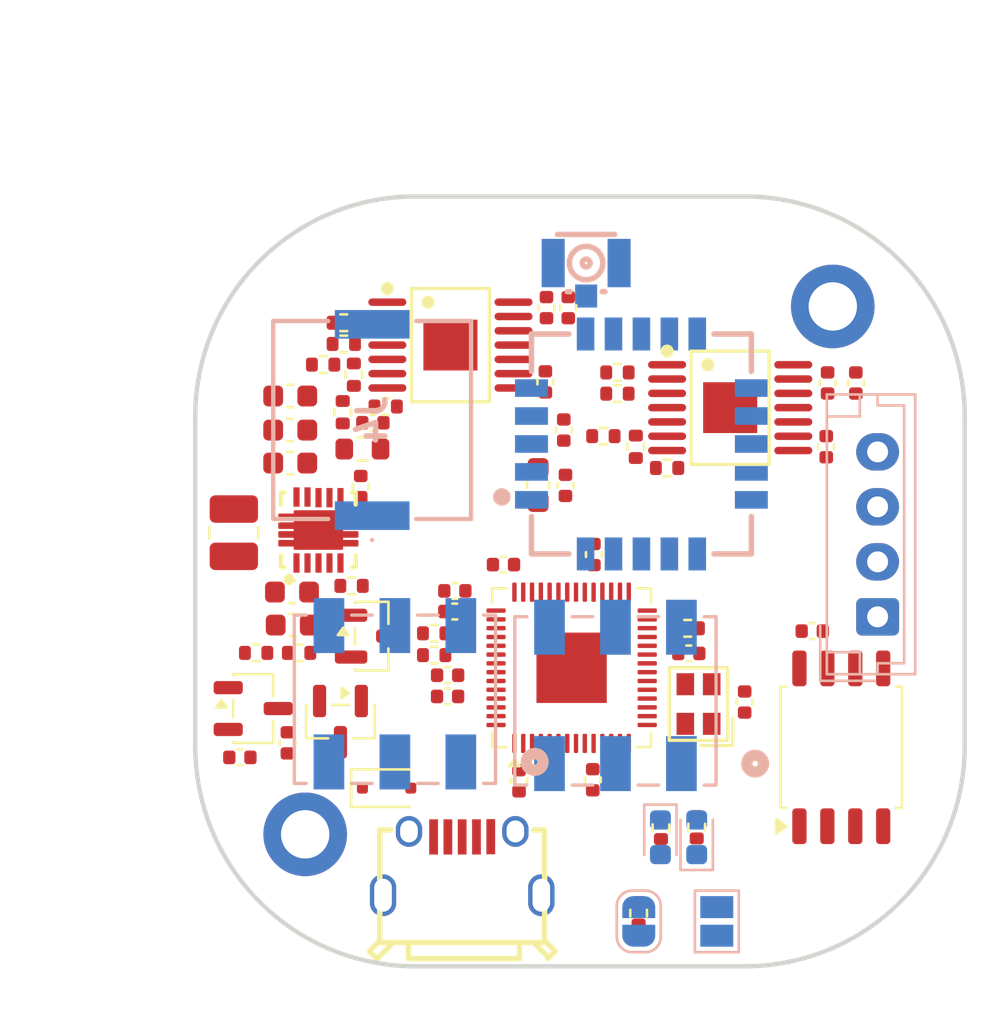
<source format=kicad_pcb>
(kicad_pcb (version 20241229) (generator "pcbnew") (generator_version "9.0")
  (layers (0 "F.Cu" signal) (2 "B.Cu" signal) (13 "F.Paste" user) (15 "B.Paste" user) (5 "F.SilkS" user "F.Silkscreen") (7 "B.SilkS" user "B.Silkscreen") (1 "F.Mask" user) (3 "B.Mask" user) (25 "Edge.Cuts" user))
  (net 0 "")
  (net 1 "Net-(AE1-A)")
  (net 2 "GND")
  (net 3 "+3V3")
  (net 4 "/SX RST")
  (net 5 "+5V")
  (net 6 "Net-(U3-VAUX)")
  (net 7 "Net-(U3-FB)")
  (net 8 "/BATT POSTSW")
  (net 9 "+1V1")
  (net 10 "/CAM BATT SENSE ")
  (net 11 "/CAMPWR")
  (net 12 "+12V")
  (net 13 "/VIDPWR")
  (net 14 "Net-(D1-A)")
  (net 15 "Net-(D3-K)")
  (net 16 "+BATT")
  (net 17 "/SWCLK")
  (net 18 "/SWD")
  (net 19 "/BOOTSEL")
  (net 20 "Net-(U3-L1)")
  (net 21 "Net-(U3-L2)")
  (net 22 "/BUZZER")
  (net 23 "/QSPI_SS")
  (net 24 "/RP USB_D+")
  (net 25 "/USB_D+")
  (net 26 "/RP USB_D-")
  (net 27 "/USB_D-")
  (net 28 "/RUN")
  (net 29 "/LEDINDICATION")
  (net 30 "Net-(U2-SNS)")
  (net 31 "Net-(U2-ILIM)")
  (net 32 "Net-(U3-PG)")
  (net 33 "/CAMSNS")
  (net 34 "Net-(U2-EN)")
  (net 35 "/CAM EN")
  (net 36 "Net-(U2-DIAG_EN)")
  (net 37 "/CAM DIAG EN")
  (net 38 "/VID EN")
  (net 39 "Net-(U7-EN)")
  (net 40 "/VID DIAG EN")
  (net 41 "Net-(U7-DIAG_EN)")
  (net 42 "/VIDSNS")
  (net 43 "Net-(U7-SNS)")
  (net 44 "Net-(U7-ILIM)")
  (net 47 "/SCLK")
  (net 48 "/BUSY")
  (net 49 "/MISO")
  (net 51 "/SX CS")
  (net 52 "/MOSI")
  (net 59 "/QSPI_SCLK")
  (net 60 "/QSPI_SD2")
  (net 61 "/QSPI_SDO")
  (net 62 "/QSPI_SD3")
  (net 63 "/QSPI_SD1")
  (net 67 "/TX BATT SENSE ")
  (net 76 "/XIN")
  (net 94 "Net-(D4-K)")
  (net 95 "VBUS")
  (net 100 "/TXEN")
  (net 101 "/RXEN")
  (net 103 "/CAM RX")
  (net 104 "/CAM TX")
  (footprint "Capacitor_SMD:C_0402_1005Metric" (layer "F.Cu") (at 166.4796 133.0252 90)
    (property "Reference" "C7" (hide yes))
    (property "Value" "100n")
    (pad "1" smd roundrect (at -0.48 0 90) (size 0.56 0.62) (layers "F.Cu" "F.Mask" "F.Paste") (net 6 "Net-(U3-VAUX)"))
    (pad "2" smd roundrect (at 0.48 0 90) (size 0.56 0.62) (layers "F.Cu" "F.Mask" "F.Paste") (net 2 "GND"))
  )
  (footprint "Capacitor_SMD:C_0402_1005Metric" (layer "F.Cu") (at 160.9826 145.3388)
    (property "Reference" "C6" (hide yes))
    (property "Value" "1u")
    (pad "1" smd roundrect (at -0.48 0) (size 0.56 0.62) (layers "F.Cu" "F.Mask" "F.Paste") (net 3 "+3V3"))
    (pad "2" smd roundrect (at 0.48 0) (size 0.56 0.62) (layers "F.Cu" "F.Mask" "F.Paste") (net 2 "GND"))
  )
  (footprint "Resistor_SMD:R_0603_1608Metric" (layer "F.Cu") (at 166.5558 131.3208)
    (property "Reference" "R10" (hide yes))
    (property "Value" "111k")
    (pad "1" smd roundrect (at -0.825 0) (size 0.8 0.95) (layers "F.Cu" "F.Mask" "F.Paste") (net 7 "Net-(U3-FB)"))
    (pad "2" smd roundrect (at 0.825 0) (size 0.8 0.95) (layers "F.Cu" "F.Mask" "F.Paste") (net 2 "GND"))
  )
  (footprint "Capacitor_SMD:C_0402_1005Metric" (layer "F.Cu") (at 177.0854 136.1174 90)
    (property "Reference" "C20" (hide yes))
    (property "Value" "100n")
    (pad "1" smd roundrect (at -0.48 0 90) (size 0.56 0.62) (layers "F.Cu" "F.Mask" "F.Paste") (net 3 "+3V3"))
    (pad "2" smd roundrect (at 0.48 0 90) (size 0.56 0.62) (layers "F.Cu" "F.Mask" "F.Paste") (net 2 "GND"))
  )
  (footprint ".pretty:WSON-10_L3.0-W3.0-P0.50-BL-EP-A" (layer "F.Cu") (at 164.5586 135.0024)
    (property "Reference" "U3" (hide yes))
    (property "Value" "TPS63060DSCR")
    (pad "1" smd rect (at -1 1.5) (size 0.28 0.88) (layers "F.Cu" "F.Mask" "F.Paste") (net 20 "Net-(U3-L1)"))
    (pad "2" smd rect (at -0.5 1.5) (size 0.28 0.88) (layers "F.Cu" "F.Mask" "F.Paste") (net 8 "/BATT POSTSW"))
    (pad "3" smd rect (at 0 1.5) (size 0.28 0.88) (layers "F.Cu" "F.Mask" "F.Paste") (net 8 "/BATT POSTSW"))
    (pad "4" smd rect (at 0.5 1.5) (size 0.28 0.88) (layers "F.Cu" "F.Mask" "F.Paste") (net 2 "GND"))
    (pad "5" smd rect (at 1 1.5) (size 0.28 0.88) (layers "F.Cu" "F.Mask" "F.Paste") (net 32 "Net-(U3-PG)"))
    (pad "6" smd rect (at 1 -1.47) (size 0.28 0.88) (layers "F.Cu" "F.Mask" "F.Paste") (net 6 "Net-(U3-VAUX)"))
    (pad "7" smd rect (at 0.5 -1.47) (size 0.28 0.88) (layers "F.Cu" "F.Mask" "F.Paste") (net 2 "GND"))
    (pad "8" smd rect (at 0 -1.47) (size 0.28 0.88) (layers "F.Cu" "F.Mask" "F.Paste") (net 7 "Net-(U3-FB)"))
    (pad "9" smd rect (at -0.5 -1.5) (size 0.28 0.88) (layers "F.Cu" "F.Mask" "F.Paste") (net 5 "+5V"))
    (pad "10" smd rect (at -1 -1.5) (size 0.28 0.88) (layers "F.Cu" "F.Mask" "F.Paste") (net 21 "Net-(U3-L2)"))
    (pad "11" smd custom (at 0 0) (size 1 1) (layers "F.Cu" "F.Mask" "F.Paste") (net 2 "GND") (options (clearance outline) (anchor circle)) (primitives (gr_poly (pts (xy 1.07 -0.7) (xy 1.07 -0.85) (xy -1.08 -0.85) (xy -1.08 -0.7) (xy -1.78 -0.7) (xy -1.78 -0.5) (xy -1.08 -0.5) (xy -1.08 -0.3) (xy -1.78 -0.3) (xy -1.78 -0.1) (xy -1.08 -0.1) (xy -1.08 0.1) (xy -1.78 0.1) (xy -1.78 0.3) (xy -1.08 0.3) (xy -1.08 0.5) (xy -1.78 0.5) (xy -1.78 0.7) (xy -1.08 0.7) (xy -1.08 0.85) (xy 1.07 0.85) (xy 1.07 0.7) (xy 1.77 0.7) (xy 1.77 0.5) (xy 1.07 0.5) (xy 1.07 0.3) (xy 1.77 0.3) (xy 1.77 0.1) (xy 1.07 0.1) (xy 1.07 -0.1) (xy 1.77 -0.1) (xy 1.77 -0.3) (xy 1.07 -0.3) (xy 1.07 -0.5) (xy 1.77 -0.5) (xy 1.77 -0.7)) (width 0.1) (fill yes))))
  )
  (footprint "easyeda2kicad2:MICRO-USB-SMD_U254-051T-4BHJ25-F2S" (layer "F.Cu") (at 171.0944 150.1553)
    (property "Reference" "J2" (hide yes))
    (property "Value" "USB_B_Micro")
    (pad "1" smd rect (at -1.3 -1.2) (size 0.4 1.6) (layers "F.Cu" "F.Mask" "F.Paste") (net 95 "VBUS"))
    (pad "2" smd rect (at -0.65 -1.2) (size 0.4 1.6) (layers "F.Cu" "F.Mask" "F.Paste") (net 27 "/USB_D-"))
    (pad "3" smd rect (at 0 -1.2) (size 0.4 1.6) (layers "F.Cu" "F.Mask" "F.Paste") (net 25 "/USB_D+"))
    (pad "4" smd rect (at 0.65 -1.2) (size 0.4 1.6) (layers "F.Cu" "F.Mask" "F.Paste"))
    (pad "5" smd rect (at 1.3 -1.21) (size 0.4 1.6) (layers "F.Cu" "F.Mask" "F.Paste") (net 2 "GND"))
    (pad "6" thru_hole oval (at 2.42 -1.45) (size 1.2 1.4) (drill oval 0.799998 0.999998) (layers "*.Cu" "*.Mask"))
    (pad "7" thru_hole oval (at -2.42 -1.45) (size 1.2 1.4) (drill oval 0.799998 0.999998) (layers "*.Cu" "*.Mask"))
    (pad "8" thru_hole oval (at -3.6 1.45) (size 1.2 1.9) (drill oval 0.799998 1.499997) (layers "*.Cu" "*.Mask"))
    (pad "9" thru_hole oval (at 3.6 1.45) (size 1.2 1.9) (drill oval 0.799998 1.499997) (layers "*.Cu" "*.Mask"))
  )
  (footprint "Resistor_SMD:R_0402_1005Metric" (layer "F.Cu") (at 166.1668 127.9398 -90)
    (property "Reference" "R20" (hide yes))
    (property "Value" "Rsns")
    (pad "1" smd roundrect (at -0.51 0 270) (size 0.54 0.64) (layers "F.Cu" "F.Mask" "F.Paste") (net 43 "Net-(U7-SNS)"))
    (pad "2" smd roundrect (at 0.51 0 270) (size 0.54 0.64) (layers "F.Cu" "F.Mask" "F.Paste") (net 2 "GND"))
  )
  (footprint "Capacitor_SMD:C_0402_1005Metric" (layer "F.Cu") (at 177.0346 146.3562 -90)
    (property "Reference" "C17" (hide yes))
    (property "Value" "100n")
    (pad "1" smd roundrect (at -0.48 0 270) (size 0.56 0.62) (layers "F.Cu" "F.Mask" "F.Paste") (net 3 "+3V3"))
    (pad "2" smd roundrect (at 0.48 0 270) (size 0.56 0.62) (layers "F.Cu" "F.Mask" "F.Paste") (net 2 "GND"))
  )
  (footprint "Resistor_SMD:R_0402_1005Metric" (layer "F.Cu") (at 166.0632 137.541 180)
    (property "Reference" "R13" (hide yes))
    (property "Value" "1M")
    (pad "1" smd roundrect (at -0.51 0 180) (size 0.54 0.64) (layers "F.Cu" "F.Mask" "F.Paste") (net 5 "+5V"))
    (pad "2" smd roundrect (at 0.51 0 180) (size 0.54 0.64) (layers "F.Cu" "F.Mask" "F.Paste") (net 32 "Net-(U3-PG)"))
  )
  (footprint "Resistor_SMD:R_0402_1005Metric" (layer "F.Cu") (at 169.821 139.6988 180)
    (property "Reference" "R5" (hide yes))
    (property "Value" "22R")
    (pad "1" smd roundrect (at -0.51 0 180) (size 0.54 0.64) (layers "F.Cu" "F.Mask" "F.Paste") (net 26 "/RP USB_D-"))
    (pad "2" smd roundrect (at 0.51 0 180) (size 0.54 0.64) (layers "F.Cu" "F.Mask" "F.Paste") (net 27 "/USB_D-"))
  )
  (footprint "Capacitor_SMD:C_0402_1005Metric" (layer "F.Cu") (at 181.4034 140.6132)
    (property "Reference" "C22" (hide yes))
    (property "Value" "100n")
    (pad "1" smd roundrect (at -0.48 0) (size 0.56 0.62) (layers "F.Cu" "F.Mask" "F.Paste") (net 3 "+3V3"))
    (pad "2" smd roundrect (at 0.48 0) (size 0.56 0.62) (layers "F.Cu" "F.Mask" "F.Paste") (net 2 "GND"))
  )
  (footprint "Resistor_SMD:R_0402_1005Metric" (layer "F.Cu") (at 165.7096 125.5776)
    (property "Reference" "R17" (hide yes))
    (property "Value" "5.1k")
    (pad "1" smd roundrect (at -0.51 0) (size 0.54 0.64) (layers "F.Cu" "F.Mask" "F.Paste") (net 38 "/VID EN"))
    (pad "2" smd roundrect (at 0.51 0) (size 0.54 0.64) (layers "F.Cu" "F.Mask" "F.Paste") (net 39 "Net-(U7-EN)"))
  )
  (footprint "Capacitor_SMD:C_0402_1005Metric" (layer "F.Cu") (at 170.7608 137.7684 180)
    (property "Reference" "C15" (hide yes))
    (property "Value" "1u")
    (pad "1" smd roundrect (at -0.48 0 180) (size 0.56 0.62) (layers "F.Cu" "F.Mask" "F.Paste") (net 3 "+3V3"))
    (pad "2" smd roundrect (at 0.48 0 180) (size 0.56 0.62) (layers "F.Cu" "F.Mask" "F.Paste") (net 2 "GND"))
  )
  (footprint "Capacitor_SMD:C_0402_1005Metric" (layer "F.Cu") (at 187.7166 128.317 90)
    (property "Reference" "C4" (hide yes))
    (property "Value" "100n")
    (pad "1" smd roundrect (at -0.48 0 90) (size 0.56 0.62) (layers "F.Cu" "F.Mask" "F.Paste") (net 5 "+5V"))
    (pad "2" smd roundrect (at 0.48 0 90) (size 0.56 0.62) (layers "F.Cu" "F.Mask" "F.Paste") (net 2 "GND"))
  )
  (footprint "Resistor_SMD:R_0402_1005Metric" (layer "F.Cu") (at 181.3546 139.4702 180)
    (property "Reference" "R6" (hide yes))
    (property "Value" "5.1k")
    (pad "1" smd roundrect (at -0.51 0 180) (size 0.54 0.64) (layers "F.Cu" "F.Mask" "F.Paste") (net 3 "+3V3"))
    (pad "2" smd roundrect (at 0.51 0 180) (size 0.54 0.64) (layers "F.Cu" "F.Mask" "F.Paste") (net 28 "/RUN"))
  )
  (footprint "Capacitor_SMD:C_0402_1005Metric" (layer "F.Cu") (at 175.7172 130.457 90)
    (property "Reference" "C1" (hide yes))
    (property "Value" "100n")
    (pad "1" smd roundrect (at -0.48 0 90) (size 0.56 0.62) (layers "F.Cu" "F.Mask" "F.Paste") (net 4 "/SX RST"))
    (pad "2" smd roundrect (at 0.48 0 90) (size 0.56 0.62) (layers "F.Cu" "F.Mask" "F.Paste") (net 2 "GND"))
  )
  (footprint "Capacitor_SMD:C_0402_1005Metric" (layer "F.Cu") (at 172.9732 136.5746 180)
    (property "Reference" "C19" (hide yes))
    (property "Value" "100n")
    (pad "1" smd roundrect (at -0.48 0 180) (size 0.56 0.62) (layers "F.Cu" "F.Mask" "F.Paste") (net 3 "+3V3"))
    (pad "2" smd roundrect (at 0.48 0 180) (size 0.56 0.62) (layers "F.Cu" "F.Mask" "F.Paste") (net 2 "GND"))
  )
  (footprint "MountingHole:MountingHole_2.2mm_M2_DIN965_Pad" (layer "F.Cu") (at 163.9532 148.8372)
    (property "Reference" "H2" (hide yes))
    (property "Value" "MountingHole_Pad")
    (pad "1" thru_hole circle (at 0 0) (size 3.8 3.8) (drill 2.2) (layers "*.Cu" "*.Mask") (net 2 "GND"))
  )
  (footprint "Resistor_SMD:R_0402_1005Metric" (layer "F.Cu") (at 177.5186 130.7338)
    (property "Reference" "R14" (hide yes))
    (property "Value" "5.1k")
    (pad "1" smd roundrect (at -0.51 0) (size 0.54 0.64) (layers "F.Cu" "F.Mask" "F.Paste") (net 33 "/CAMSNS"))
    (pad "2" smd roundrect (at 0.51 0) (size 0.54 0.64) (layers "F.Cu" "F.Mask" "F.Paste") (net 30 "Net-(U2-SNS)"))
  )
  (footprint "Capacitor_SMD:C_0402_1005Metric" (layer "F.Cu") (at 170.7608 138.7082 180)
    (property "Reference" "C13" (hide yes))
    (property "Value" "1u")
    (pad "1" smd roundrect (at -0.48 0 180) (size 0.56 0.62) (layers "F.Cu" "F.Mask" "F.Paste") (net 9 "+1V1"))
    (pad "2" smd roundrect (at 0.48 0 180) (size 0.56 0.62) (layers "F.Cu" "F.Mask" "F.Paste") (net 2 "GND"))
  )
  (footprint "Resistor_SMD:R_0402_1005Metric" (layer "F.Cu") (at 165.7096 126.5428)
    (property "Reference" "R18" (hide yes))
    (property "Value" "5.1k")
    (pad "1" smd roundrect (at -0.51 0) (size 0.54 0.64) (layers "F.Cu" "F.Mask" "F.Paste") (net 40 "/VID DIAG EN"))
    (pad "2" smd roundrect (at 0.51 0) (size 0.54 0.64) (layers "F.Cu" "F.Mask" "F.Paste") (net 41 "Net-(U7-DIAG_EN)"))
  )
  (footprint "Package_TO_SOT_SMD:SOT-23" (layer "F.Cu") (at 166.9796 139.827)
    (property "Reference" "Q2" (hide yes))
    (property "Value" "AO3401A")
    (pad "1" smd roundrect (at -0.9375 -0.95) (size 1.475 0.6) (layers "F.Cu" "F.Mask" "F.Paste") (net 2 "GND"))
    (pad "2" smd roundrect (at -0.9375 0.95) (size 1.475 0.6) (layers "F.Cu" "F.Mask" "F.Paste") (net 8 "/BATT POSTSW"))
    (pad "3" smd roundrect (at 0.9375 0) (size 1.475 0.6) (layers "F.Cu" "F.Mask" "F.Paste") (net 16 "+BATT"))
  )
  (footprint "Capacitor_SMD:C_0603_1608Metric" (layer "F.Cu") (at 163.2726 130.459 180)
    (property "Reference" "C24" (hide yes))
    (property "Value" "22u")
    (pad "1" smd roundrect (at -0.775 0 180) (size 0.9 0.95) (layers "F.Cu" "F.Mask" "F.Paste") (net 5 "+5V"))
    (pad "2" smd roundrect (at 0.775 0 180) (size 0.9 0.95) (layers "F.Cu" "F.Mask" "F.Paste") (net 2 "GND"))
  )
  (footprint "Capacitor_SMD:C_0402_1005Metric" (layer "F.Cu") (at 170.4332 141.6038)
    (property "Reference" "C18" (hide yes))
    (property "Value" "100n")
    (pad "1" smd roundrect (at -0.48 0) (size 0.56 0.62) (layers "F.Cu" "F.Mask" "F.Paste") (net 3 "+3V3"))
    (pad "2" smd roundrect (at 0.48 0) (size 0.56 0.62) (layers "F.Cu" "F.Mask" "F.Paste") (net 2 "GND"))
  )
  (footprint "Resistor_SMD:R_0402_1005Metric" (layer "F.Cu") (at 180.1368 148.5392 90)
    (property "Reference" "R9" (hide yes))
    (property "Value" "1k")
    (pad "1" smd roundrect (at -0.51 0 90) (size 0.54 0.64) (layers "F.Cu" "F.Mask" "F.Paste") (net 29 "/LEDINDICATION"))
    (pad "2" smd roundrect (at 0.51 0 90) (size 0.54 0.64) (layers "F.Cu" "F.Mask" "F.Paste") (net 15 "Net-(D3-K)"))
  )
  (footprint "Resistor_SMD:R_0402_1005Metric" (layer "F.Cu") (at 181.7624 148.5138 -90)
    (property "Reference" "R1" (hide yes))
    (property "Value" "1k")
    (pad "1" smd roundrect (at -0.51 0 270) (size 0.54 0.64) (layers "F.Cu" "F.Mask" "F.Paste") (net 14 "Net-(D1-A)"))
    (pad "2" smd roundrect (at 0.51 0 270) (size 0.54 0.64) (layers "F.Cu" "F.Mask" "F.Paste") (net 3 "+3V3"))
  )
  (footprint "Resistor_SMD:R_0402_1005Metric" (layer "F.Cu") (at 169.821 140.6894)
    (property "Reference" "R4" (hide yes))
    (property "Value" "22R")
    (pad "1" smd roundrect (at -0.51 0) (size 0.54 0.64) (layers "F.Cu" "F.Mask" "F.Paste") (net 25 "/USB_D+"))
    (pad "2" smd roundrect (at 0.51 0) (size 0.54 0.64) (layers "F.Cu" "F.Mask" "F.Paste") (net 24 "/RP USB_D+"))
  )
  (footprint "Capacitor_SMD:C_0402_1005Metric" (layer "F.Cu") (at 173.6818 146.4044 -90)
    (property "Reference" "C21" (hide yes))
    (property "Value" "100n")
    (pad "1" smd roundrect (at -0.48 0 270) (size 0.56 0.62) (layers "F.Cu" "F.Mask" "F.Paste") (net 3 "+3V3"))
    (pad "2" smd roundrect (at 0.48 0 270) (size 0.56 0.62) (layers "F.Cu" "F.Mask" "F.Paste") (net 2 "GND"))
  )
  (footprint "Capacitor_SMD:C_0402_1005Metric" (layer "F.Cu") (at 183.9434 142.823 -90)
    (property "Reference" "C14" (hide yes))
    (property "Value" "100n")
    (pad "1" smd roundrect (at -0.48 0 270) (size 0.56 0.62) (layers "F.Cu" "F.Mask" "F.Paste") (net 3 "+3V3"))
    (pad "2" smd roundrect (at 0.48 0 270) (size 0.56 0.62) (layers "F.Cu" "F.Mask" "F.Paste") (net 2 "GND"))
  )
  (footprint "Capacitor_SMD:C_0402_1005Metric" (layer "F.Cu") (at 163.1442 144.6784 -90)
    (property "Reference" "C5" (hide yes))
    (property "Value" "1u")
    (pad "1" smd roundrect (at -0.48 0 270) (size 0.56 0.62) (layers "F.Cu" "F.Mask" "F.Paste") (net 94 "Net-(D4-K)"))
    (pad "2" smd roundrect (at 0.48 0 270) (size 0.56 0.62) (layers "F.Cu" "F.Mask" "F.Paste") (net 2 "GND"))
  )
  (footprint "Capacitor_SMD:C_0603_1608Metric" (layer "F.Cu") (at 163.2726 128.9096 180)
    (property "Reference" "C23" (hide yes))
    (property "Value" "22u")
    (pad "1" smd roundrect (at -0.775 0 180) (size 0.9 0.95) (layers "F.Cu" "F.Mask" "F.Paste") (net 5 "+5V"))
    (pad "2" smd roundrect (at 0.775 0 180) (size 0.9 0.95) (layers "F.Cu" "F.Mask" "F.Paste") (net 2 "GND"))
  )
  (footprint "Inductor_SMD:L_1008_2520Metric" (layer "F.Cu") (at 160.7072 135.1244 90)
    (property "Reference" "L1" (hide yes))
    (property "Value" "1uH")
    (pad "1" smd roundrect (at -1.075 0 90) (size 1.25 2.2) (layers "F.Cu" "F.Mask" "F.Paste") (roundrect_rratio 0.2) (net 20 "Net-(U3-L1)"))
    (pad "2" smd roundrect (at 1.075 0 90) (size 1.25 2.2) (layers "F.Cu" "F.Mask" "F.Paste") (roundrect_rratio 0.2) (net 21 "Net-(U3-L2)"))
  )
  (footprint "Capacitor_SMD:C_0402_1005Metric" (layer "F.Cu") (at 167.033 130.1242)
    (property "Reference" "C8" (hide yes))
    (property "Value" "10p")
    (pad "1" smd roundrect (at -0.48 0) (size 0.56 0.62) (layers "F.Cu" "F.Mask" "F.Paste") (net 7 "Net-(U3-FB)"))
    (pad "2" smd roundrect (at 0.48 0) (size 0.56 0.62) (layers "F.Cu" "F.Mask" "F.Paste") (net 2 "GND"))
  )
  (footprint "Resistor_SMD:R_0402_1005Metric" (layer "F.Cu") (at 163.6756 140.589 180)
    (property "Reference" "R7" (hide yes))
    (property "Value" "27k")
    (pad "1" smd roundrect (at -0.51 0 180) (size 0.54 0.64) (layers "F.Cu" "F.Mask" "F.Paste") (net 8 "/BATT POSTSW"))
    (pad "2" smd roundrect (at 0.51 0 180) (size 0.54 0.64) (layers "F.Cu" "F.Mask" "F.Paste") (net 10 "/CAM BATT SENSE "))
  )
  (footprint "Capacitor_SMD:C_0402_1005Metric" (layer "F.Cu") (at 175.7934 132.9716 90)
    (property "Reference" "C2" (hide yes))
    (property "Value" "10n")
    (pad "1" smd roundrect (at -0.48 0 90) (size 0.56 0.62) (layers "F.Cu" "F.Mask" "F.Paste") (net 3 "+3V3"))
    (pad "2" smd roundrect (at 0.48 0 90) (size 0.56 0.62) (layers "F.Cu" "F.Mask" "F.Paste") (net 2 "GND"))
  )
  (footprint "Package_TO_SOT_SMD:SOT-23" (layer "F.Cu") (at 165.5572 143.7132 -90)
    (property "Reference" "Q3" (hide yes))
    (property "Value" "AO3401A")
    (pad "1" smd roundrect (at -0.9375 -0.95 270) (size 1.475 0.6) (layers "F.Cu" "F.Mask" "F.Paste") (net 95 "VBUS"))
    (pad "2" smd roundrect (at -0.9375 0.95 270) (size 1.475 0.6) (layers "F.Cu" "F.Mask" "F.Paste") (net 94 "Net-(D4-K)"))
    (pad "3" smd roundrect (at 0.9375 0 270) (size 1.475 0.6) (layers "F.Cu" "F.Mask" "F.Paste") (net 8 "/BATT POSTSW"))
  )
  (footprint ".pretty:HTSSOP-14_L5.0-W4.4-P0.65-LS6.4-BL-EP-3" (layer "F.Cu") (at 183.2864 129.4384 -90)
    (property "Reference" "U2" (hide yes))
    (property "Value" "TPS1HC30BQPWPRQ1")
    (pad "1" smd oval (at -1.95 2.87 270) (size 0.34 1.73) (layers "F.Cu" "F.Mask" "F.Paste") (net 2 "GND"))
    (pad "2" smd oval (at -1.3 2.87 270) (size 0.34 1.73) (layers "F.Cu" "F.Mask" "F.Paste") (net 34 "Net-(U2-EN)"))
    (pad "3" smd oval (at -0.65 2.87 270) (size 0.34 1.73) (layers "F.Cu" "F.Mask" "F.Paste") (net 36 "Net-(U2-DIAG_EN)"))
    (pad "4" smd oval (at 0 2.87 270) (size 0.34 1.73) (layers "F.Cu" "F.Mask" "F.Paste"))
    (pad "5" smd oval (at 0.65 2.87 270) (size 0.34 1.73) (layers "F.Cu" "F.Mask" "F.Paste"))
    (pad "6" smd oval (at 1.3 2.87 270) (size 0.34 1.73) (layers "F.Cu" "F.Mask" "F.Paste") (net 30 "Net-(U2-SNS)"))
    (pad "7" smd oval (at 1.95 2.87 270) (size 0.34 1.73) (layers "F.Cu" "F.Mask" "F.Paste") (net 31 "Net-(U2-ILIM)"))
    (pad "8" smd oval (at 1.95 -2.87 270) (size 0.34 1.73) (layers "F.Cu" "F.Mask" "F.Paste"))
    (pad "9" smd oval (at 1.3 -2.87 270) (size 0.34 1.73) (layers "F.Cu" "F.Mask" "F.Paste") (net 11 "/CAMPWR"))
    (pad "10" smd oval (at 0.65 -2.87 270) (size 0.34 1.73) (layers "F.Cu" "F.Mask" "F.Paste") (net 11 "/CAMPWR"))
    (pad "11" smd oval (at 0 -2.87 270) (size 0.34 1.73) (layers "F.Cu" "F.Mask" "F.Paste"))
    (pad "12" smd oval (at -0.65 -2.87 270) (size 0.34 1.73) (layers "F.Cu" "F.Mask" "F.Paste") (net 5 "+5V"))
    (pad "13" smd oval (at -1.3 -2.87 270) (size 0.34 1.73) (layers "F.Cu" "F.Mask" "F.Paste") (net 5 "+5V"))
    (pad "14" smd oval (at -1.95 -2.87 270) (size 0.34 1.73) (layers "F.Cu" "F.Mask" "F.Paste"))
    (pad "15" smd rect (at 0 0 270) (size 2.31 2.46) (layers "F.Cu" "F.Mask" "F.Paste") (net 2 "GND"))
  )
  (footprint "Resistor_SMD:R_0402_1005Metric" (layer "F.Cu") (at 165.6602 129.6462 -90)
    (property "Reference" "R2" (hide yes))
    (property "Value" "1M")
    (pad "1" smd roundrect (at -0.51 0 270) (size 0.54 0.64) (layers "F.Cu" "F.Mask" "F.Paste") (net 5 "+5V"))
    (pad "2" smd roundrect (at 0.51 0 270) (size 0.54 0.64) (layers "F.Cu" "F.Mask" "F.Paste") (net 7 "Net-(U3-FB)"))
  )
  (footprint "Capacitor_SMD:C_0603_1608Metric" (layer "F.Cu") (at 163.3524 137.8218 180)
    (property "Reference" "C9" (hide yes))
    (property "Value" "10u")
    (pad "1" smd roundrect (at -0.775 0 180) (size 0.9 0.95) (layers "F.Cu" "F.Mask" "F.Paste") (net 8 "/BATT POSTSW"))
    (pad "2" smd roundrect (at 0.775 0 180) (size 0.9 0.95) (layers "F.Cu" "F.Mask" "F.Paste") (net 2 "GND"))
  )
  (footprint "Resistor_SMD:R_0402_1005Metric" (layer "F.Cu") (at 164.7698 127.4826)
    (property "Reference" "R19" (hide yes))
    (property "Value" "5.1k")
    (pad "1" smd roundrect (at -0.51 0) (size 0.54 0.64) (layers "F.Cu" "F.Mask" "F.Paste") (net 42 "/VIDSNS"))
    (pad "2" smd roundrect (at 0.51 0) (size 0.54 0.64) (layers "F.Cu" "F.Mask" "F.Paste") (net 43 "Net-(U7-SNS)"))
  )
  (footprint "Capacitor_SMD:C_0402_1005Metric" (layer "F.Cu") (at 187.6552 131.2138 -90)
    (property "Reference" "C27" (hide yes))
    (property "Value" "22n")
    (pad "1" smd roundrect (at -0.48 0 270) (size 0.56 0.62) (layers "F.Cu" "F.Mask" "F.Paste") (net 11 "/CAMPWR"))
    (pad "2" smd roundrect (at 0.48 0 270) (size 0.56 0.62) (layers "F.Cu" "F.Mask" "F.Paste") (net 2 "GND"))
  )
  (footprint "Resistor_SMD:R_0402_1005Metric" (layer "F.Cu") (at 178.1576 127.8382)
    (property "Reference" "R15" (hide yes))
    (property "Value" "5.1k")
    (pad "1" smd roundrect (at -0.51 0) (size 0.54 0.64) (layers "F.Cu" "F.Mask" "F.Paste") (net 35 "/CAM EN"))
    (pad "2" smd roundrect (at 0.51 0) (size 0.54 0.64) (layers "F.Cu" "F.Mask" "F.Paste") (net 34 "Net-(U2-EN)"))
  )
  (footprint "Capacitor_SMD:C_0603_1608Metric" (layer "F.Cu") (at 163.3872 139.3236 180)
    (property "Reference" "C11" (hide yes))
    (property "Value" "10u")
    (pad "1" smd roundrect (at -0.775 0 180) (size 0.9 0.95) (layers "F.Cu" "F.Mask" "F.Paste") (net 8 "/BATT POSTSW"))
    (pad "2" smd roundrect (at 0.775 0 180) (size 0.9 0.95) (layers "F.Cu" "F.Mask" "F.Paste") (net 2 "GND"))
  )
  (footprint "Capacitor_SMD:C_0603_1608Metric" (layer "F.Cu") (at 174.5488 132.9566 90)
    (property "Reference" "C3" (hide yes))
    (property "Value" "10u")
    (pad "1" smd roundrect (at -0.775 0 90) (size 0.9 0.95) (layers "F.Cu" "F.Mask" "F.Paste") (net 3 "+3V3"))
    (pad "2" smd roundrect (at 0.775 0 90) (size 0.9 0.95) (layers "F.Cu" "F.Mask" "F.Paste") (net 2 "GND"))
  )
  (footprint "Package_SO:SOIC-8_5.3x5.3mm_P1.27mm" (layer "F.Cu") (at 188.341 144.8816 90)
    (property "Reference" "U5" (hide yes))
    (property "Value" "W25Q128JVS")
    (pad "1" smd roundrect (at -3.5875 -1.905 90) (size 1.625 0.65) (layers "F.Cu" "F.Mask" "F.Paste") (net 23 "/QSPI_SS"))
    (pad "2" smd roundrect (at -3.5875 -0.635 90) (size 1.625 0.65) (layers "F.Cu" "F.Mask" "F.Paste") (net 63 "/QSPI_SD1"))
    (pad "3" smd roundrect (at -3.5875 0.635 90) (size 1.625 0.65) (layers "F.Cu" "F.Mask" "F.Paste") (net 60 "/QSPI_SD2"))
    (pad "4" smd roundrect (at -3.5875 1.905 90) (size 1.625 0.65) (layers "F.Cu" "F.Mask" "F.Paste") (net 2 "GND"))
    (pad "5" smd roundrect (at 3.5875 1.905 90) (size 1.625 0.65) (layers "F.Cu" "F.Mask" "F.Paste") (net 61 "/QSPI_SDO"))
    (pad "6" smd roundrect (at 3.5875 0.635 90) (size 1.625 0.65) (layers "F.Cu" "F.Mask" "F.Paste") (net 59 "/QSPI_SCLK"))
    (pad "7" smd roundrect (at 3.5875 -0.635 90) (size 1.625 0.65) (layers "F.Cu" "F.Mask" "F.Paste") (net 62 "/QSPI_SD3"))
    (pad "8" smd roundrect (at 3.5875 -1.905 90) (size 1.625 0.65) (layers "F.Cu" "F.Mask" "F.Paste") (net 3 "+3V3"))
  )
  (footprint "Capacitor_SMD:C_0402_1005Metric" (layer "F.Cu") (at 175.9204 124.8918 90)
    (property "Reference" "C29" (hide yes))
    (property "Value" "100n")
    (pad "1" smd roundrect (at -0.48 0 90) (size 0.56 0.62) (layers "F.Cu" "F.Mask" "F.Paste") (net 12 "+12V"))
    (pad "2" smd roundrect (at 0.48 0 90) (size 0.56 0.62) (layers "F.Cu" "F.Mask" "F.Paste") (net 2 "GND"))
  )
  (footprint "easyeda2kicad2:OSC-SMD_4P-L2.0-W1.6-BL" (layer "F.Cu") (at 181.8448 142.9136 90)
    (property "Reference" "X1" (hide yes))
    (property "Value" "SX1M12.000M10F30TNN")
    (pad "1" smd rect (at -0.9 0.6 180) (size 0.8 1) (layers "F.Cu" "F.Mask" "F.Paste") (net 3 "+3V3"))
    (pad "2" smd rect (at 0.9 0.6 180) (size 0.8 1) (layers "F.Cu" "F.Mask" "F.Paste") (net 2 "GND"))
    (pad "3" smd rect (at 0.9 -0.6 180) (size 0.8 1) (layers "F.Cu" "F.Mask" "F.Paste") (net 76 "/XIN"))
    (pad "4" smd rect (at -0.9 -0.6 180) (size 0.8 1) (layers "F.Cu" "F.Mask" "F.Paste") (net 3 "+3V3"))
  )
  (footprint "MountingHole:MountingHole_2.2mm_M2_DIN965_Pad" (layer "F.Cu") (at 187.9532 124.8372)
    (property "Reference" "H1" (hide yes))
    (property "Value" "MountingHole_Pad")
    (pad "1" thru_hole circle (at 0 0) (size 3.8 3.8) (drill 2.2) (layers "*.Cu" "*.Mask") (net 2 "GND"))
  )
  (footprint "Capacitor_SMD:C_0402_1005Metric" (layer "F.Cu") (at 174.9298 124.8918 90)
    (property "Reference" "C28" (hide yes))
    (property "Value" "220n")
    (pad "1" smd roundrect (at -0.48 0 90) (size 0.56 0.62) (layers "F.Cu" "F.Mask" "F.Paste") (net 12 "+12V"))
    (pad "2" smd roundrect (at 0.48 0 90) (size 0.56 0.62) (layers "F.Cu" "F.Mask" "F.Paste") (net 2 "GND"))
  )
  (footprint "Resistor_SMD:R_0402_1005Metric" (layer "F.Cu") (at 178.9938 131.2184 -90)
    (property "Reference" "R11" (hide yes))
    (property "Value" "Rsns")
    (pad "1" smd roundrect (at -0.51 0 270) (size 0.54 0.64) (layers "F.Cu" "F.Mask" "F.Paste") (net 30 "Net-(U2-SNS)"))
    (pad "2" smd roundrect (at 0.51 0 270) (size 0.54 0.64) (layers "F.Cu" "F.Mask" "F.Paste") (net 2 "GND"))
  )
  (footprint "Capacitor_SMD:C_0402_1005Metric" (layer "F.Cu") (at 187.0176 139.5984)
    (property "Reference" "C12" (hide yes))
    (property "Value" "100n")
    (pad "1" smd roundrect (at -0.48 0) (size 0.56 0.62) (layers "F.Cu" "F.Mask" "F.Paste") (net 3 "+3V3"))
    (pad "2" smd roundrect (at 0.48 0) (size 0.56 0.62) (layers "F.Cu" "F.Mask" "F.Paste") (net 2 "GND"))
  )
  (footprint "Capacitor_SMD:C_0402_1005Metric" (layer "F.Cu") (at 174.879 128.2674 -90)
    (property "Reference" "C30" (hide yes))
    (property "Value" "22n")
    (pad "1" smd roundrect (at -0.48 0 270) (size 0.56 0.62) (layers "F.Cu" "F.Mask" "F.Paste") (net 13 "/VIDPWR"))
    (pad "2" smd roundrect (at 0.48 0 270) (size 0.56 0.62) (layers "F.Cu" "F.Mask" "F.Paste") (net 2 "GND"))
  )
  (footprint "Package_TO_SOT_SMD:SOT-23-3" (layer "F.Cu") (at 161.5893 143.1188)
    (property "Reference" "U4" (hide yes))
    (property "Value" "XC6206P332MR")
    (pad "1" smd roundrect (at -1.1375 -0.95) (size 1.325 0.6) (layers "F.Cu" "F.Mask" "F.Paste") (net 2 "GND"))
    (pad "2" smd roundrect (at -1.1375 0.95) (size 1.325 0.6) (layers "F.Cu" "F.Mask" "F.Paste") (net 3 "+3V3"))
    (pad "3" smd roundrect (at 1.1375 0) (size 1.325 0.6) (layers "F.Cu" "F.Mask" "F.Paste") (net 94 "Net-(D4-K)"))
  )
  (footprint "Resistor_SMD:R_0402_1005Metric" (layer "F.Cu") (at 178.1576 128.8034)
    (property "Reference" "R16" (hide yes))
    (property "Value" "5.1k")
    (pad "1" smd roundrect (at -0.51 0) (size 0.54 0.64) (layers "F.Cu" "F.Mask" "F.Paste") (net 37 "/CAM DIAG EN"))
    (pad "2" smd roundrect (at 0.51 0) (size 0.54 0.64) (layers "F.Cu" "F.Mask" "F.Paste") (net 36 "Net-(U2-DIAG_EN)"))
  )
  (footprint "Capacitor_SMD:C_0402_1005Metric" (layer "F.Cu") (at 189.0014 128.3182 90)
    (property "Reference" "C26" (hide yes))
    (property "Value" "220n")
    (pad "1" smd roundrect (at -0.48 0 90) (size 0.56 0.62) (layers "F.Cu" "F.Mask" "F.Paste") (net 5 "+5V"))
    (pad "2" smd roundrect (at 0.48 0 90) (size 0.56 0.62) (layers "F.Cu" "F.Mask" "F.Paste") (net 2 "GND"))
  )
  (footprint "Resistor_SMD:R_0402_1005Metric" (layer "F.Cu") (at 180.4142 132.1816 180)
    (property "Reference" "R12" (hide yes))
    (property "Value" "50k")
    (pad "1" smd roundrect (at -0.51 0 180) (size 0.54 0.64) (layers "F.Cu" "F.Mask" "F.Paste") (net 31 "Net-(U2-ILIM)"))
    (pad "2" smd roundrect (at 0.51 0 180) (size 0.54 0.64) (layers "F.Cu" "F.Mask" "F.Paste") (net 2 "GND"))
  )
  (footprint "Resistor_SMD:R_0402_1005Metric" (layer "F.Cu") (at 179.1208 152.4234 90)
    (property "Reference" "R3" (hide yes))
    (property "Value" "1k")
    (pad "1" smd roundrect (at -0.51 0 90) (size 0.54 0.64) (layers "F.Cu" "F.Mask" "F.Paste") (net 23 "/QSPI_SS"))
    (pad "2" smd roundrect (at 0.51 0 90) (size 0.54 0.64) (layers "F.Cu" "F.Mask" "F.Paste") (net 19 "/BOOTSEL"))
  )
  (footprint "Resistor_SMD:R_0402_1005Metric" (layer "F.Cu") (at 167.6146 129.3876 180)
    (property "Reference" "R21" (hide yes))
    (property "Value" "50k")
    (pad "1" smd roundrect (at -0.51 0 180) (size 0.54 0.64) (layers "F.Cu" "F.Mask" "F.Paste") (net 44 "Net-(U7-ILIM)"))
    (pad "2" smd roundrect (at 0.51 0 180) (size 0.54 0.64) (layers "F.Cu" "F.Mask" "F.Paste") (net 2 "GND"))
  )
  (footprint ".pretty:HTSSOP-14_L5.0-W4.4-P0.65-LS6.4-BL-EP-3" (layer "F.Cu") (at 170.561 126.5936 -90)
    (property "Reference" "U7" (hide yes))
    (property "Value" "TPS1HC30BQPWPRQ1")
    (pad "1" smd oval (at -1.95 2.87 270) (size 0.34 1.73) (layers "F.Cu" "F.Mask" "F.Paste") (net 2 "GND"))
    (pad "2" smd oval (at -1.3 2.87 270) (size 0.34 1.73) (layers "F.Cu" "F.Mask" "F.Paste") (net 39 "Net-(U7-EN)"))
    (pad "3" smd oval (at -0.65 2.87 270) (size 0.34 1.73) (layers "F.Cu" "F.Mask" "F.Paste") (net 41 "Net-(U7-DIAG_EN)"))
    (pad "4" smd oval (at 0 2.87 270) (size 0.34 1.73) (layers "F.Cu" "F.Mask" "F.Paste"))
    (pad "5" smd oval (at 0.65 2.87 270) (size 0.34 1.73) (layers "F.Cu" "F.Mask" "F.Paste"))
    (pad "6" smd oval (at 1.3 2.87 270) (size 0.34 1.73) (layers "F.Cu" "F.Mask" "F.Paste") (net 43 "Net-(U7-SNS)"))
    (pad "7" smd oval (at 1.95 2.87 270) (size 0.34 1.73) (layers "F.Cu" "F.Mask" "F.Paste") (net 44 "Net-(U7-ILIM)"))
    (pad "8" smd oval (at 1.95 -2.87 270) (size 0.34 1.73) (layers "F.Cu" "F.Mask" "F.Paste"))
    (pad "9" smd oval (at 1.3 -2.87 270) (size 0.34 1.73) (layers "F.Cu" "F.Mask" "F.Paste") (net 13 "/VIDPWR"))
    (pad "10" smd oval (at 0.65 -2.87 270) (size 0.34 1.73) (layers "F.Cu" "F.Mask" "F.Paste") (net 13 "/VIDPWR"))
    (pad "11" smd oval (at 0 -2.87 270) (size 0.34 1.73) (layers "F.Cu" "F.Mask" "F.Paste"))
    (pad "12" smd oval (at -0.65 -2.87 270) (size 0.34 1.73) (layers "F.Cu" "F.Mask" "F.Paste") (net 12 "+12V"))
    (pad "13" smd oval (at -1.3 -2.87 270) (size 0.34 1.73) (layers "F.Cu" "F.Mask" "F.Paste") (net 12 "+12V"))
    (pad "14" smd oval (at -1.95 -2.87 270) (size 0.34 1.73) (layers "F.Cu" "F.Mask" "F.Paste"))
    (pad "15" smd rect (at 0 0 270) (size 2.31 2.46) (layers "F.Cu" "F.Mask" "F.Paste") (net 2 "GND"))
  )
  (footprint "Resistor_SMD:R_0402_1005Metric" (layer "F.Cu") (at 161.7218 140.589 180)
    (property "Reference" "R8" (hide yes))
    (property "Value" "51k")
    (pad "1" smd roundrect (at -0.51 0 180) (size 0.54 0.64) (layers "F.Cu" "F.Mask" "F.Paste") (net 10 "/CAM BATT SENSE "))
    (pad "2" smd roundrect (at 0.51 0 180) (size 0.54 0.64) (layers "F.Cu" "F.Mask" "F.Paste") (net 2 "GND"))
  )
  (footprint "Diode_SMD:D_SOD-323F" (layer "F.Cu") (at 167.6576 146.7358)
    (property "Reference" "D4" (hide yes))
    (property "Value" "D_Schottky")
    (pad "1" smd roundrect (at -1.1 0) (size 0.5 0.5) (layers "F.Cu" "F.Mask" "F.Paste") (net 94 "Net-(D4-K)"))
    (pad "2" smd roundrect (at 1.1 0) (size 0.5 0.5) (layers "F.Cu" "F.Mask" "F.Paste") (net 95 "VBUS"))
  )
  (footprint "Capacitor_SMD:C_0603_1608Metric" (layer "F.Cu") (at 163.2726 131.9576 180)
    (property "Reference" "C25" (hide yes))
    (property "Value" "22u")
    (pad "1" smd roundrect (at -0.775 0 180) (size 0.9 0.95) (layers "F.Cu" "F.Mask" "F.Paste") (net 5 "+5V"))
    (pad "2" smd roundrect (at 0.775 0 180) (size 0.9 0.95) (layers "F.Cu" "F.Mask" "F.Paste") (net 2 "GND"))
  )
  (footprint "Package_DFN_QFN:QFN-56-1EP_7x7mm_P0.4mm_EP3.2x3.2mm" (layer "F.Cu") (at 176.0728 141.2651 90)
    (property "Reference" "U6" (hide yes))
    (property "Value" "RP2040")
    (pad "1" smd roundrect (at -3.4375 -2.6 90) (size 0.875 0.2) (layers "F.Cu" "F.Mask" "F.Paste") (net 3 "+3V3"))
    (pad "2" smd roundrect (at -3.4375 -2.2 90) (size 0.875 0.2) (layers "F.Cu" "F.Mask" "F.Paste"))
    (pad "3" smd roundrect (at -3.4375 -1.8 90) (size 0.875 0.2) (layers "F.Cu" "F.Mask" "F.Paste"))
    (pad "4" smd roundrect (at -3.4375 -1.4 90) (size 0.875 0.2) (layers "F.Cu" "F.Mask" "F.Paste"))
    (pad "5" smd roundrect (at -3.4375 -1 90) (size 0.875 0.2) (layers "F.Cu" "F.Mask" "F.Paste"))
    (pad "6" smd roundrect (at -3.4375 -0.6 90) (size 0.875 0.2) (layers "F.Cu" "F.Mask" "F.Paste"))
    (pad "7" smd roundrect (at -3.4375 -0.2 90) (size 0.875 0.2) (layers "F.Cu" "F.Mask" "F.Paste"))
    (pad "8" smd roundrect (at -3.4375 0.2 90) (size 0.875 0.2) (layers "F.Cu" "F.Mask" "F.Paste"))
    (pad "9" smd roundrect (at -3.4375 0.6 90) (size 0.875 0.2) (layers "F.Cu" "F.Mask" "F.Paste"))
    (pad "10" smd roundrect (at -3.4375 1 90) (size 0.875 0.2) (layers "F.Cu" "F.Mask" "F.Paste") (net 3 "+3V3"))
    (pad "11" smd roundrect (at -3.4375 1.4 90) (size 0.875 0.2) (layers "F.Cu" "F.Mask" "F.Paste") (net 29 "/LEDINDICATION"))
    (pad "12" smd roundrect (at -3.4375 1.8 90) (size 0.875 0.2) (layers "F.Cu" "F.Mask" "F.Paste"))
    (pad "13" smd roundrect (at -3.4375 2.2 90) (size 0.875 0.2) (layers "F.Cu" "F.Mask" "F.Paste"))
    (pad "14" smd roundrect (at -3.4375 2.6 90) (size 0.875 0.2) (layers "F.Cu" "F.Mask" "F.Paste"))
    (pad "15" smd roundrect (at -2.6 3.4375 90) (size 0.2 0.875) (layers "F.Cu" "F.Mask" "F.Paste"))
    (pad "16" smd roundrect (at -2.2 3.4375 90) (size 0.2 0.875) (layers "F.Cu" "F.Mask" "F.Paste"))
    (pad "17" smd roundrect (at -1.8 3.4375 90) (size 0.2 0.875) (layers "F.Cu" "F.Mask" "F.Paste"))
    (pad "18" smd roundrect (at -1.4 3.4375 90) (size 0.2 0.875) (layers "F.Cu" "F.Mask" "F.Paste"))
    (pad "19" smd roundrect (at -1 3.4375 90) (size 0.2 0.875) (layers "F.Cu" "F.Mask" "F.Paste") (net 2 "GND"))
    (pad "20" smd roundrect (at -0.6 3.4375 90) (size 0.2 0.875) (layers "F.Cu" "F.Mask" "F.Paste") (net 76 "/XIN"))
    (pad "21" smd roundrect (at -0.2 3.4375 90) (size 0.2 0.875) (layers "F.Cu" "F.Mask" "F.Paste"))
    (pad "22" smd roundrect (at 0.2 3.4375 90) (size 0.2 0.875) (layers "F.Cu" "F.Mask" "F.Paste") (net 3 "+3V3"))
    (pad "23" smd roundrect (at 0.6 3.4375 90) (size 0.2 0.875) (layers "F.Cu" "F.Mask" "F.Paste") (net 9 "+1V1"))
    (pad "24" smd roundrect (at 1 3.4375 90) (size 0.2 0.875) (layers "F.Cu" "F.Mask" "F.Paste") (net 17 "/SWCLK"))
    (pad "25" smd roundrect (at 1.4 3.4375 90) (size 0.2 0.875) (layers "F.Cu" "F.Mask" "F.Paste") (net 18 "/SWD"))
    (pad "26" smd roundrect (at 1.8 3.4375 90) (size 0.2 0.875) (layers "F.Cu" "F.Mask" "F.Paste") (net 28 "/RUN"))
    (pad "27" smd roundrect (at 2.2 3.4375 90) (size 0.2 0.875) (layers "F.Cu" "F.Mask" "F.Paste") (net 49 "/MISO"))
    (pad "28" smd roundrect (at 2.6 3.4375 90) (size 0.2 0.875) (layers "F.Cu" "F.Mask" "F.Paste"))
    (pad "29" smd roundrect (at 3.4375 2.6 90) (size 0.875 0.2) (layers "F.Cu" "F.Mask" "F.Paste") (net 47 "/SCLK"))
    (pad "30" smd roundrect (at 3.4375 2.2 90) (size 0.875 0.2) (layers "F.Cu" "F.Mask" "F.Paste") (net 52 "/MOSI"))
    (pad "31" smd roundrect (at 3.4375 1.8 90) (size 0.875 0.2) (layers "F.Cu" "F.Mask" "F.Paste"))
    (pad "32" smd roundrect (at 3.4375 1.4 90) (size 0.875 0.2) (layers "F.Cu" "F.Mask" "F.Paste"))
    (pad "33" smd roundrect (at 3.4375 1 90) (size 0.875 0.2) (layers "F.Cu" "F.Mask" "F.Paste") (net 3 "+3V3"))
    (pad "34" smd roundrect (at 3.4375 0.6 90) (size 0.875 0.2) (layers "F.Cu" "F.Mask" "F.Paste"))
    (pad "35" smd roundrect (at 3.4375 0.2 90) (size 0.875 0.2) (layers "F.Cu" "F.Mask" "F.Paste"))
    (pad "36" smd roundrect (at 3.4375 -0.2 90) (size 0.875 0.2) (layers "F.Cu" "F.Mask" "F.Paste"))
    (pad "37" smd roundrect (at 3.4375 -0.6 90) (size 0.875 0.2) (layers "F.Cu" "F.Mask" "F.Paste"))
    (pad "38" smd roundrect (at 3.4375 -1 90) (size 0.875 0.2) (layers "F.Cu" "F.Mask" "F.Paste") (net 67 "/TX BATT SENSE "))
    (pad "39" smd roundrect (at 3.4375 -1.4 90) (size 0.875 0.2) (layers "F.Cu" "F.Mask" "F.Paste") (net 42 "/VIDSNS"))
    (pad "40" smd roundrect (at 3.4375 -1.8 90) (size 0.875 0.2) (layers "F.Cu" "F.Mask" "F.Paste") (net 33 "/CAMSNS"))
    (pad "41" smd roundrect (at 3.4375 -2.2 90) (size 0.875 0.2) (layers "F.Cu" "F.Mask" "F.Paste") (net 10 "/CAM BATT SENSE "))
    (pad "42" smd roundrect (at 3.4375 -2.6 90) (size 0.875 0.2) (layers "F.Cu" "F.Mask" "F.Paste") (net 3 "+3V3"))
    (pad "43" smd roundrect (at 2.6 -3.4375 90) (size 0.2 0.875) (layers "F.Cu" "F.Mask" "F.Paste") (net 3 "+3V3"))
    (pad "44" smd roundrect (at 2.2 -3.4375 90) (size 0.2 0.875) (layers "F.Cu" "F.Mask" "F.Paste") (net 3 "+3V3"))
    (pad "45" smd roundrect (at 1.8 -3.4375 90) (size 0.2 0.875) (layers "F.Cu" "F.Mask" "F.Paste") (net 9 "+1V1"))
    (pad "46" smd roundrect (at 1.4 -3.4375 90) (size 0.2 0.875) (layers "F.Cu" "F.Mask" "F.Paste") (net 26 "/RP USB_D-"))
    (pad "47" smd roundrect (at 1 -3.4375 90) (size 0.2 0.875) (layers "F.Cu" "F.Mask" "F.Paste") (net 24 "/RP USB_D+"))
    (pad "48" smd roundrect (at 0.6 -3.4375 90) (size 0.2 0.875) (layers "F.Cu" "F.Mask" "F.Paste") (net 3 "+3V3"))
    (pad "49" smd roundrect (at 0.2 -3.4375 90) (size 0.2 0.875) (layers "F.Cu" "F.Mask" "F.Paste") (net 3 "+3V3"))
    (pad "50" smd roundrect (at -0.2 -3.4375 90) (size 0.2 0.875) (layers "F.Cu" "F.Mask" "F.Paste") (net 9 "+1V1"))
    (pad "51" smd roundrect (at -0.6 -3.4375 90) (size 0.2 0.875) (layers "F.Cu" "F.Mask" "F.Paste") (net 62 "/QSPI_SD3"))
    (pad "52" smd roundrect (at -1 -3.4375 90) (size 0.2 0.875) (layers "F.Cu" "F.Mask" "F.Paste") (net 59 "/QSPI_SCLK"))
    (pad "53" smd roundrect (at -1.4 -3.4375 90) (size 0.2 0.875) (layers "F.Cu" "F.Mask" "F.Paste") (net 61 "/QSPI_SDO"))
    (pad "54" smd roundrect (at -1.8 -3.4375 90) (size 0.2 0.875) (layers "F.Cu" "F.Mask" "F.Paste") (net 60 "/QSPI_SD2"))
    (pad "55" smd roundrect (at -2.2 -3.4375 90) (size 0.2 0.875) (layers "F.Cu" "F.Mask" "F.Paste") (net 63 "/QSPI_SD1"))
    (pad "56" smd roundrect (at -2.6 -3.4375 90) (size 0.2 0.875) (layers "F.Cu" "F.Mask" "F.Paste") (net 23 "/QSPI_SS"))
    (pad "57" smd rect (at 0 0 90) (size 3.2 3.2) (property pad_prop_heatsink) (layers "F.Cu" "F.Mask") (net 2 "GND"))
  )
  (footprint "Capacitor_SMD:C_0402_1005Metric" (layer "F.Cu") (at 170.4306 142.569)
    (property "Reference" "C10" (hide yes))
    (property "Value" "100n")
    (pad "1" smd roundrect (at -0.48 0) (size 0.56 0.62) (layers "F.Cu" "F.Mask" "F.Paste") (net 9 "+1V1"))
    (pad "2" smd roundrect (at 0.48 0) (size 0.56 0.62) (layers "F.Cu" "F.Mask" "F.Paste") (net 2 "GND"))
  )
  (footprint "LED_SMD:LED_0603_1608Metric" (layer "B.Cu") (at 181.7624 148.9709 90)
    (property "Reference" "D1" (hide yes))
    (property "Value" "LED")
    (pad "1" smd roundrect (at -0.7875 0 90) (size 0.875 0.95) (layers "B.Cu" "B.Mask" "B.Paste") (net 2 "GND"))
    (pad "2" smd roundrect (at 0.7875 0 90) (size 0.875 0.95) (layers "B.Cu" "B.Mask" "B.Paste") (net 14 "Net-(D1-A)"))
  )
  (footprint "footprints:CONN3_2059-303&slash_998-403_WAG" (layer "B.Cu") (at 178.066702 142.7721 180)
    (property "Reference" "J7" (hide yes))
    (property "Value" "Conn_01x03")
    (pad "1" smd rect (at -2.999998 -2.849999 180) (size 1.397 2.5) (layers "B.Cu" "B.Mask" "B.Paste") (net 2 "GND"))
    (pad "2" smd rect (at -2.999998 3.349998 180) (size 1.397 2.5) (layers "B.Cu" "B.Mask" "B.Paste") (net 2 "GND"))
    (pad "3" smd rect (at 0 -2.849999 180) (size 1.397 2.5) (layers "B.Cu" "B.Mask" "B.Paste") (net 16 "+BATT"))
    (pad "4" smd rect (at 0 3.349998 180) (size 1.397 2.5) (layers "B.Cu" "B.Mask" "B.Paste") (net 16 "+BATT"))
    (pad "5" smd rect (at 3 -2.849999 180) (size 1.397 2.5) (layers "B.Cu" "B.Mask" "B.Paste") (net 2 "GND"))
    (pad "6" smd rect (at 3 3.349998 180) (size 1.397 2.5) (layers "B.Cu" "B.Mask" "B.Paste") (net 2 "GND"))
  )
  (footprint ".pretty:WIRELM-SMD_E22-400MM22S" (layer "B.Cu") (at 179.2478 131.0894)
    (property "Reference" "U1" (hide yes))
    (property "Value" "E22-900MM22S")
    (pad "1" smd rect (at -5 2.54) (size 1.5 0.8) (layers "B.Cu" "B.Mask" "B.Paste") (net 3 "+3V3"))
    (pad "2" smd rect (at -5 1.27) (size 1.5 0.8) (layers "B.Cu" "B.Mask" "B.Paste") (net 2 "GND"))
    (pad "3" smd rect (at -5 0) (size 1.5 0.8) (layers "B.Cu" "B.Mask" "B.Paste") (net 4 "/SX RST"))
    (pad "4" smd rect (at -5 -1.27) (size 1.5 0.8) (layers "B.Cu" "B.Mask" "B.Paste"))
    (pad "5" smd rect (at -5 -2.54) (size 1.5 0.8) (layers "B.Cu" "B.Mask" "B.Paste"))
    (pad "6" smd rect (at -2.54 -5 270) (size 1.5 0.8) (layers "B.Cu" "B.Mask" "B.Paste") (net 1 "Net-(AE1-A)"))
    (pad "7" smd rect (at -1.27 -5 270) (size 1.5 0.8) (layers "B.Cu" "B.Mask" "B.Paste") (net 2 "GND"))
    (pad "8" smd rect (at 0 -5 270) (size 1.5 0.8) (layers "B.Cu" "B.Mask" "B.Paste"))
    (pad "9" smd rect (at 1.27 -5 270) (size 1.5 0.8) (layers "B.Cu" "B.Mask" "B.Paste") (net 100 "/TXEN"))
    (pad "10" smd rect (at 2.54 -5 270) (size 1.5 0.8) (layers "B.Cu" "B.Mask" "B.Paste") (net 101 "/RXEN"))
    (pad "11" smd rect (at 5 -2.54 180) (size 1.5 0.8) (layers "B.Cu" "B.Mask" "B.Paste") (net 48 "/BUSY"))
    (pad "12" smd rect (at 5 -1.27 180) (size 1.5 0.8) (layers "B.Cu" "B.Mask" "B.Paste") (net 49 "/MISO"))
    (pad "13" smd rect (at 5 0 180) (size 1.5 0.8) (layers "B.Cu" "B.Mask" "B.Paste") (net 52 "/MOSI"))
    (pad "14" smd rect (at 5 1.27 180) (size 1.5 0.8) (layers "B.Cu" "B.Mask" "B.Paste") (net 51 "/SX CS"))
    (pad "15" smd rect (at 5 2.54 180) (size 1.5 0.8) (layers "B.Cu" "B.Mask" "B.Paste") (net 47 "/SCLK"))
    (pad "16" smd rect (at 2.54 5 90) (size 1.5 0.8) (layers "B.Cu" "B.Mask" "B.Paste") (net 2 "GND"))
    (pad "17" smd rect (at 1.27 5 90) (size 1.5 0.8) (layers "B.Cu" "B.Mask" "B.Paste"))
    (pad "18" smd rect (at 0 5 90) (size 1.5 0.8) (layers "B.Cu" "B.Mask" "B.Paste"))
    (pad "19" smd rect (at -1.27 5 90) (size 1.5 0.8) (layers "B.Cu" "B.Mask" "B.Paste"))
    (pad "20" smd rect (at -2.54 5 90) (size 1.5 0.8) (layers "B.Cu" "B.Mask" "B.Paste"))
  )
  (footprint "Connector_JST:JST_EH_B4B-EH-A_1x04_P2.50mm_Vertical" (layer "B.Cu") (at 189.992 138.9488 90)
    (property "Reference" "J8" (hide yes))
    (property "Value" "Conn_01x04")
    (pad "1" thru_hole roundrect (at 0 0 90) (size 1.7 1.95) (drill 0.95) (layers "*.Cu" "*.Mask") (roundrect_rratio 0.147059) (net 103 "/CAM RX"))
    (pad "2" thru_hole oval (at 2.5 0 90) (size 1.7 1.95) (drill 0.95) (layers "*.Cu" "*.Mask") (net 104 "/CAM TX"))
    (pad "3" thru_hole oval (at 5 0 90) (size 1.7 1.95) (drill 0.95) (layers "*.Cu" "*.Mask") (net 2 "GND"))
    (pad "4" thru_hole oval (at 7.5 0 90) (size 1.7 1.95) (drill 0.95) (layers "*.Cu" "*.Mask") (net 11 "/CAMPWR"))
  )
  (footprint "footprints:CONN3_2059-303&slash_998-403_WAG" (layer "B.Cu") (at 168.033702 142.6959 180)
    (property "Reference" "J3" (hide yes))
    (property "Value" "Conn_01x03")
    (pad "1" smd rect (at -2.999998 -2.849999 180) (size 1.397 2.5) (layers "B.Cu" "B.Mask" "B.Paste") (net 13 "/VIDPWR"))
    (pad "2" smd rect (at -2.999998 3.349998 180) (size 1.397 2.5) (layers "B.Cu" "B.Mask" "B.Paste") (net 13 "/VIDPWR"))
    (pad "3" smd rect (at 0 -2.849999 180) (size 1.397 2.5) (layers "B.Cu" "B.Mask" "B.Paste") (net 2 "GND"))
    (pad "4" smd rect (at 0 3.349998 180) (size 1.397 2.5) (layers "B.Cu" "B.Mask" "B.Paste") (net 2 "GND"))
    (pad "5" smd rect (at 3 -2.849999 180) (size 1.397 2.5) (layers "B.Cu" "B.Mask" "B.Paste") (net 12 "+12V"))
    (pad "6" smd rect (at 3 3.349998 180) (size 1.397 2.5) (layers "B.Cu" "B.Mask" "B.Paste") (net 12 "+12V"))
  )
  (footprint "Jumper:SolderJumper-2_P1.3mm_Open_RoundedPad1.0x1.5mm" (layer "B.Cu") (at 179.1268 152.796 90)
    (property "Reference" "J6" (hide yes))
    (property "Value" "Conn_01x02")
    (pad "1" smd custom (at -0.65 0 90) (size 1 0.5) (layers "B.Cu" "B.Mask") (net 2 "GND") (options (clearance outline) (anchor rect)) (primitives (gr_circle (center 0 -0.25) (end 0.5 -0.25) (width 0) (fill yes)) (gr_circle (center 0 0.25) (end 0.5 0.25) (width 0) (fill yes)) (gr_poly (pts (xy 0.5 -0.75) (xy 0 -0.75) (xy 0 0.75) (xy 0.5 0.75)) (width 0) (fill yes))))
    (pad "2" smd custom (at 0.65 0 90) (size 1 0.5) (layers "B.Cu" "B.Mask") (net 19 "/BOOTSEL") (options (clearance outline) (anchor rect)) (primitives (gr_circle (center 0 -0.25) (end 0.5 -0.25) (width 0) (fill yes)) (gr_circle (center 0 0.25) (end 0.5 0.25) (width 0) (fill yes)) (gr_poly (pts (xy 0 -0.75) (xy -0.5 -0.75) (xy -0.5 0.75) (xy 0 0.75)) (width 0) (fill yes))))
  )
  (footprint "Jumper:SolderJumper-2_P1.3mm_Open_Pad1.0x1.5mm" (layer "B.Cu") (at 182.6768 152.796 90)
    (property "Reference" "J5" (hide yes))
    (property "Value" "Conn_01x02")
    (pad "1" smd rect (at -0.65 0 90) (size 1 1.5) (layers "B.Cu" "B.Mask") (net 17 "/SWCLK"))
    (pad "2" smd rect (at 0.65 0 90) (size 1 1.5) (layers "B.Cu" "B.Mask") (net 18 "/SWD"))
  )
  (footprint "SamacSys_Parts:PKMCS0909E4000R1" (layer "B.Cu") (at 167 130 90)
    (property "Reference" "J4" (at 0 0 270) (layer "B.SilkS") (effects (font (size 1.27 1.27) (thickness 0.254)) (justify mirror)))
    (property "Value" "Conn_01x02" (hide yes))
    (pad "1" smd rect (at -4.35 0 90) (size 1.3 3.4) (layers "B.Cu" "B.Mask" "B.Paste") (net 22 "/BUZZER"))
    (pad "2" smd rect (at 4.35 0 90) (size 1.3 3.4) (layers "B.Cu" "B.Mask" "B.Paste") (net 2 "GND"))
  )
  (footprint "LED_SMD:LED_0603_1608Metric" (layer "B.Cu") (at 180.1114 148.9709 -90)
    (property "Reference" "D3" (hide yes))
    (property "Value" "LED")
    (pad "1" smd roundrect (at -0.7875 0 270) (size 0.875 0.95) (layers "B.Cu" "B.Mask" "B.Paste") (net 15 "Net-(D3-K)"))
    (pad "2" smd roundrect (at 0.7875 0 270) (size 0.875 0.95) (layers "B.Cu" "B.Mask" "B.Paste") (net 3 "+3V3"))
  )
  (footprint ".pretty:ANT-SMD_1909763-1" (layer "B.Cu") (at 176.7332 123.6146)
    (property "Reference" "AE1" (hide yes))
    (property "Value" "Antenna_Shield")
    (pad "1" smd rect (at 0 0.75 180) (size 1 1.05) (layers "B.Cu" "B.Mask" "B.Paste") (net 1 "Net-(AE1-A)"))
    (pad "2" smd rect (at -1.5 -0.75 180) (size 1.05 2.2) (layers "B.Cu" "B.Mask" "B.Paste") (net 2 "GND"))
    (pad "2" smd rect (at 1.5 -0.75 180) (size 1.05 2.2) (layers "B.Cu" "B.Mask" "B.Paste") (net 2 "GND"))
  )
  (gr_arc (start 193.9532 144.8372) (mid 191.024268 151.908268) (end 183.9532 154.8372) (stroke (width 0.2)) (layer "Edge.Cuts"))
  (gr_line (start 158.9532 144.8372) (end 158.9532 129.8372) (stroke (width 0.2)) (layer "Edge.Cuts"))
  (gr_line (start 183.9532 154.8372) (end 168.9532 154.8372) (stroke (width 0.2)) (layer "Edge.Cuts"))
  (gr_arc (start 183.9532 119.8372) (mid 191.024268 122.766132) (end 193.9532 129.8372) (stroke (width 0.2)) (layer "Edge.Cuts"))
  (gr_line (start 193.9532 129.8372) (end 193.9532 144.8372) (stroke (width 0.2)) (layer "Edge.Cuts"))
  (gr_line (start 168.9532 119.8372) (end 183.9532 119.8372) (stroke (width 0.2)) (layer "Edge.Cuts"))
  (gr_arc (start 158.9532 129.8372) (mid 161.882132 122.766132) (end 168.9532 119.8372) (stroke (width 0.2)) (layer "Edge.Cuts"))
  (gr_arc (start 168.9532 154.8372) (mid 161.882132 151.908268) (end 158.9532 144.8372) (stroke (width 0.2)) (layer "Edge.Cuts"))
)
</source>
